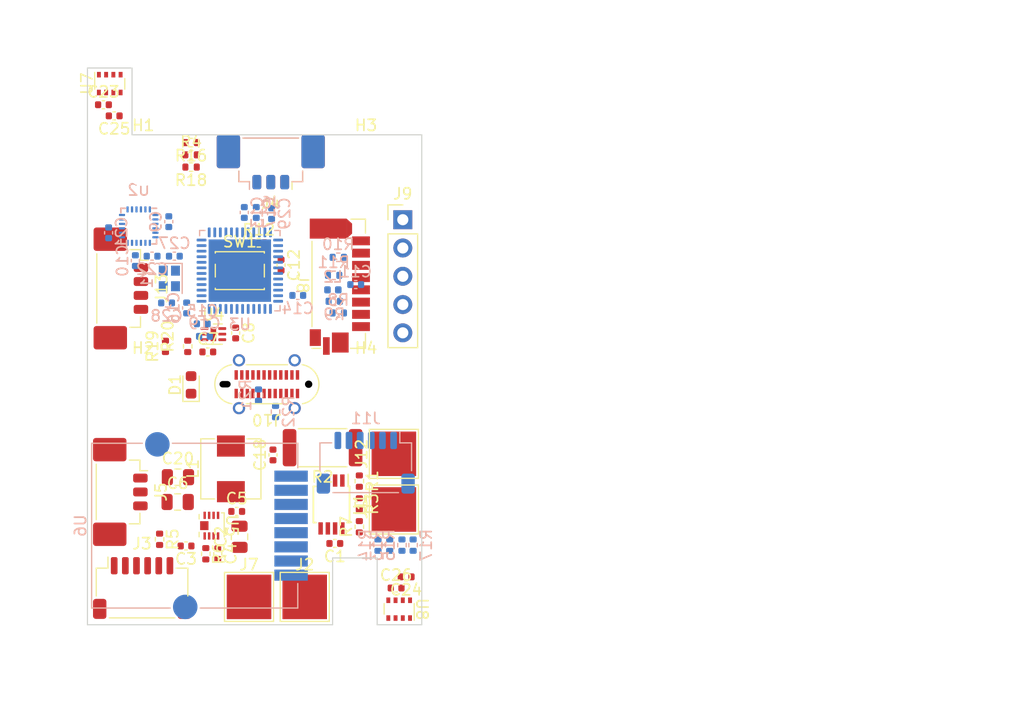
<source format=kicad_pcb>
(kicad_pcb (version 20210824) (generator pcbnew)
  (layers (0 "F.Cu" signal) (31 "B.Cu" signal) (34 "B.Paste" user) (35 "F.Paste" user) (36 "B.SilkS" user "B.Silkscreen") (37 "F.SilkS" user "F.Silkscreen") (38 "B.Mask" user) (39 "F.Mask" user) (44 "Edge.Cuts" user))
  (net 0 "")
  (net 1 "/MCU/PWM_M4")
  (net 2 "/MCU/PWM_M3")
  (net 3 "/MCU/PWM_M2")
  (net 4 "/MCU/PWM_M1")
  (net 5 "/MCU/SERVO_ELEV")
  (net 6 "/MCU/SERVO_ENG")
  (net 8 "Net-(C1-Pad1)")
  (net 10 "Net-(C9-Pad1)")
  (net 11 "Net-(C10-Pad1)")
  (net 12 "Net-(C1-Pad2)")
  (net 13 "Net-(C11-Pad1)")
  (net 14 "/MCU/OSCA")
  (net 15 "/MCU/OSCB")
  (net 16 "Net-(C4-Pad1)")
  (net 17 "Net-(C5-Pad1)")
  (net 19 "Net-(R4-Pad1)")
  (net 20 "/MCU/SERVO_RUD")
  (net 21 "Net-(R13-Pad2)")
  (net 22 "/MCU/PWR_SDA")
  (net 23 "/MCU/PWR_SCL")
  (net 24 "/MCU/PR_SDA")
  (net 25 "/MCU/PR_RST")
  (net 26 "/MCU/PR_SCL")
  (net 27 "/MCU/IMU_MISO")
  (net 28 "/MCU/IMU_FSYNC")
  (net 29 "/MCU/IMU_INT")
  (net 30 "/MCU/IMU_~{CS}")
  (net 31 "/MCU/IMU_SCLK")
  (net 32 "/MCU/IMU_MOSI")
  (net 33 "/MCU/USBN")
  (net 34 "/MCU/USBP")
  (net 35 "/MCU/GPS_TX")
  (net 36 "/MCU/GPS_RX")
  (net 37 "Net-(D1-Pad1)")
  (net 38 "Net-(D1-Pad2)")
  (net 39 "/MCU/SWO")
  (net 40 "/MCU/PAYLOAD_TX")
  (net 41 "/MCU/PAYLOAD_RX")
  (net 42 "Net-(C5-Pad2)")
  (net 43 "Net-(J10-PadA5)")
  (net 44 "Net-(R1-Pad2)")
  (net 45 "Net-(R5-Pad2)")
  (net 46 "/MCU/SD_CS")
  (net 47 "/MCU/SD_MOSI")
  (net 48 "/MCU/SD_MISO")
  (net 49 "/MCU/SD_DET")
  (net 50 "/MCU/~{RESET}")
  (net 51 "/MCU/SWDIO")
  (net 52 "/MCU/SWCLK")
  (net 53 "+BATT")
  (net 54 "GND")
  (net 57 "Net-(C3-Pad1)")
  (net 58 "+4V")
  (net 59 "+3V3")
  (net 61 "/MCU/SD_SCK")
  (net 63 "/MCU/RADIO_CE")
  (net 64 "/MCU/RADIO_~{CS}")
  (net 65 "/MCU/RADIO_SCK")
  (net 66 "/MCU/RADIO_MOSI")
  (net 67 "/MCU/RADIO_MISO")
  (net 68 "/MCU/RADIO_~{IRQ}")
  (net 69 "Net-(J10-PadB5)")
  (net 72 "Net-(J10-PadA4)")
  (footprint "Capacitor_SMD:C_0402_1005Metric" (layer "F.Cu") (at 186.436 64.3)
    (fp_text reference "C23" (at 0 -1.16) (layer "F.SilkS"))
    (fp_text value "10uF/6.3V")
    (pad "1" smd roundrect locked (at -0.48 0) (size 0.56 0.62) (layers "F.Cu" "F.Paste" "F.Mask") (net 59 "+3V3"))
    (pad "2" smd roundrect locked (at 0.48 0) (size 0.56 0.62) (layers "F.Cu" "F.Paste" "F.Mask") (net 54 "GND"))
  )
  (footprint "flightcontroller-footprints:L_AVX_LMLP0506D" (layer "F.Cu") (at 197.87119 97 90)
    (fp_text reference "L1" (at 0 -3.4 90 unlocked) (layer "F.SilkS"))
    (fp_text value "3.3uH")
    (pad "1" smd rect (at -2.05 0 90) (size 1.9 2.5) (layers "F.Cu" "F.Paste" "F.Mask") (net 42 "Net-(C5-Pad2)"))
    (pad "2" smd rect (at 2.05 0 90) (size 1.9 2.5) (layers "F.Cu" "F.Paste" "F.Mask") (net 58 "+4V"))
  )
  (footprint "Capacitor_SMD:C_0805_2012Metric" (layer "F.Cu") (at 193.09619 99.975)
    (fp_text reference "C6" (at 0 -1.68) (layer "F.SilkS"))
    (fp_text value "22uF/6.3V")
    (pad "1" smd roundrect locked (at -0.95 0) (size 1 1.45) (layers "F.Cu" "F.Paste" "F.Mask") (net 54 "GND"))
    (pad "2" smd roundrect locked (at 0.95 0) (size 1 1.45) (layers "F.Cu" "F.Paste" "F.Mask") (net 58 "+4V"))
  )
  (footprint "Resistor_SMD:R_0402_1005Metric" (layer "F.Cu") (at 192 86 90)
    (fp_text reference "R19" (at 0 -1.17 90) (layer "F.SilkS"))
    (fp_text value "47k")
    (pad "1" smd roundrect locked (at -0.51 0 90) (size 0.54 0.64) (layers "F.Cu" "F.Paste" "F.Mask") (net 38 "Net-(D1-Pad2)"))
    (pad "2" smd roundrect locked (at 0.51 0 90) (size 0.54 0.64) (layers "F.Cu" "F.Paste" "F.Mask") (net 54 "GND"))
  )
  (footprint "flightcontroller-footprints:Omron_2SMPB" (layer "F.Cu") (at 187 62.4 90)
    (fp_text reference "U7" (at 0 -2.05 90 unlocked) (layer "F.SilkS"))
    (fp_text value "Omron_2SMPB-02B")
    (pad "1" smd rect (at 0.8 -0.975 90) (size 0.5 0.35) (layers "F.Cu" "F.Paste" "F.Mask") (net 25 "/MCU/PR_RST"))
    (pad "2" smd rect (at 0.8 -0.325 90) (size 0.5 0.35) (layers "F.Cu" "F.Paste" "F.Mask") (net 59 "+3V3"))
    (pad "3" smd rect (at 0.8 0.325 90) (size 0.5 0.35) (layers "F.Cu" "F.Paste" "F.Mask") (net 24 "/MCU/PR_SDA"))
    (pad "4" smd rect (at 0.8 0.975 90) (size 0.5 0.35) (layers "F.Cu" "F.Paste" "F.Mask") (net 26 "/MCU/PR_SCL"))
    (pad "5" smd rect (at -0.8 0.975 90) (size 0.5 0.35) (layers "F.Cu" "F.Paste" "F.Mask") (net 19 "Net-(R4-Pad1)"))
    (pad "6" smd rect (at -0.8 0.325 90) (size 0.5 0.35) (layers "F.Cu" "F.Paste" "F.Mask") (net 59 "+3V3"))
    (pad "7" smd rect (at -0.8 -0.325 90) (size 0.5 0.35) (layers "F.Cu" "F.Paste" "F.Mask") (net 54 "GND"))
    (pad "8" smd rect (at -0.8 -0.975 90) (size 0.5 0.35) (layers "F.Cu" "F.Paste" "F.Mask") (net 59 "+3V3"))
  )
  (footprint "Package_DFN_QFN:MLF-6-1EP_1.6x1.6mm_P0.5mm_EP0.5x1.26mm" (layer "F.Cu") (at 196.3 84.9)
    (fp_text reference "U4" (at 0 -1.75) (layer "F.SilkS"))
    (fp_text value "MIC5514-3.3")
    (pad "1" smd roundrect locked (at -0.8 -0.5) (size 0.7 0.25) (layers "F.Cu" "F.Paste" "F.Mask") (net 58 "+4V"))
    (pad "2" smd roundrect locked (at -0.8 0) (size 0.7 0.25) (layers "F.Cu" "F.Paste" "F.Mask"))
    (pad "3" smd roundrect locked (at -0.8 0.5) (size 0.7 0.25) (layers "F.Cu" "F.Paste" "F.Mask") (net 58 "+4V"))
    (pad "4" smd roundrect locked (at 0.8 0.5) (size 0.7 0.25) (layers "F.Cu" "F.Paste" "F.Mask") (net 59 "+3V3"))
    (pad "5" smd roundrect locked (at 0.8 0) (size 0.7 0.25) (layers "F.Cu" "F.Paste" "F.Mask"))
    (pad "6" smd roundrect locked (at 0.8 -0.5) (size 0.7 0.25) (layers "F.Cu" "F.Paste" "F.Mask") (net 54 "GND"))
    (pad "7" smd rect locked (at 0 0) (size 0.5 1.26) (layers "F.Cu" "F.Mask") (net 54 "GND"))
  )
  (footprint "Connector_JST:JST_SH_SM06B-SRSS-TB_1x06-1MP_P1.00mm_Horizontal" (layer "F.Cu") (at 189.9 107.7)
    (fp_text reference "J3" (at 0 -3.98) (layer "F.SilkS"))
    (fp_text value "ESC")
    (pad "1" smd roundrect locked (at -2.5 -2) (size 0.6 1.55) (layers "F.Cu" "F.Paste" "F.Mask") (net 1 "/MCU/PWM_M4"))
    (pad "2" smd roundrect locked (at -1.5 -2) (size 0.6 1.55) (layers "F.Cu" "F.Paste" "F.Mask") (net 2 "/MCU/PWM_M3"))
    (pad "3" smd roundrect locked (at -0.5 -2) (size 0.6 1.55) (layers "F.Cu" "F.Paste" "F.Mask") (net 3 "/MCU/PWM_M2"))
    (pad "4" smd roundrect locked (at 0.5 -2) (size 0.6 1.55) (layers "F.Cu" "F.Paste" "F.Mask") (net 4 "/MCU/PWM_M1"))
    (pad "5" smd roundrect locked (at 1.5 -2) (size 0.6 1.55) (layers "F.Cu" "F.Paste" "F.Mask") (net 59 "+3V3"))
    (pad "6" smd roundrect locked (at 2.5 -2) (size 0.6 1.55) (layers "F.Cu" "F.Paste" "F.Mask") (net 54 "GND"))
    (pad "MP" smd roundrect locked (at 3.8 1.875) (size 1.2 1.8) (layers "F.Cu" "F.Paste" "F.Mask") (roundrect_rratio 0.208333))
    (pad "MP" smd roundrect locked (at -3.8 1.875) (size 1.2 1.8) (layers "F.Cu" "F.Paste" "F.Mask") (roundrect_rratio 0.208333))
  )
  (footprint "Capacitor_SMD:C_0402_1005Metric" (layer "F.Cu") (at 198.3 84.8 -90)
    (fp_text reference "C8" (at 0 -1.16 90) (layer "F.SilkS"))
    (fp_text value "10uF/6.3V")
    (pad "1" smd roundrect locked (at -0.48 0 270) (size 0.56 0.62) (layers "F.Cu" "F.Paste" "F.Mask") (net 54 "GND"))
    (pad "2" smd roundrect locked (at 0.48 0 270) (size 0.56 0.62) (layers "F.Cu" "F.Paste" "F.Mask") (net 59 "+3V3"))
  )
  (footprint "Resistor_SMD:R_0402_1005Metric" (layer "F.Cu") (at 200.375 76.7)
    (fp_text reference "R12" (at 0 -1.17) (layer "F.SilkS"))
    (fp_text value "10k")
    (pad "1" smd roundrect locked (at -0.51 0) (size 0.54 0.64) (layers "F.Cu" "F.Paste" "F.Mask") (net 59 "+3V3"))
    (pad "2" smd roundrect locked (at 0.51 0) (size 0.54 0.64) (layers "F.Cu" "F.Paste" "F.Mask") (net 50 "/MCU/~{RESET}"))
  )
  (footprint "Capacitor_SMD:C_0402_1005Metric" (layer "F.Cu") (at 196.69619 104.625 -90)
    (fp_text reference "C4" (at 0 -1.16 90) (layer "F.SilkS"))
    (fp_text value "1uF/10V")
    (pad "1" smd roundrect locked (at -0.48 0 270) (size 0.56 0.62) (layers "F.Cu" "F.Paste" "F.Mask") (net 16 "Net-(C4-Pad1)"))
    (pad "2" smd roundrect locked (at 0.48 0 270) (size 0.56 0.62) (layers "F.Cu" "F.Paste" "F.Mask") (net 54 "GND"))
  )
  (footprint "Capacitor_SMD:C_0402_1005Metric" (layer "F.Cu") (at 198.39619 100.825)
    (fp_text reference "C5" (at 0 -1.16) (layer "F.SilkS"))
    (fp_text value "0.1uF")
    (pad "1" smd roundrect locked (at -0.48 0) (size 0.56 0.62) (layers "F.Cu" "F.Paste" "F.Mask") (net 17 "Net-(C5-Pad1)"))
    (pad "2" smd roundrect locked (at 0.48 0) (size 0.56 0.62) (layers "F.Cu" "F.Paste" "F.Mask") (net 42 "Net-(C5-Pad2)"))
  )
  (footprint "Resistor_SMD:R_0402_1005Metric" (layer "F.Cu") (at 191.475 103.325 -90)
    (fp_text reference "R5" (at 0 -1.17 90) (layer "F.SilkS"))
    (fp_text value "68k")
    (pad "1" smd roundrect locked (at -0.51 0 270) (size 0.54 0.64) (layers "F.Cu" "F.Paste" "F.Mask") (net 58 "+4V"))
    (pad "2" smd roundrect locked (at 0.51 0 270) (size 0.54 0.64) (layers "F.Cu" "F.Paste" "F.Mask") (net 45 "Net-(R5-Pad2)"))
  )
  (footprint "Connector_Molex:Molex_PicoBlade_53398-0471_1x04-1MP_P1.25mm_Vertical" (layer "F.Cu") (at 188.55 80.8 -90)
    (fp_text reference "J13" (at 0 -3.1 90) (layer "F.SilkS"))
    (fp_text value "Conn_01x04")
    (pad "1" smd roundrect locked (at -1.875 -1.25 270) (size 0.8 1.3) (layers "F.Cu" "F.Paste" "F.Mask") (net 35 "/MCU/GPS_TX"))
    (pad "2" smd roundrect locked (at -0.625 -1.25 270) (size 0.8 1.3) (layers "F.Cu" "F.Paste" "F.Mask") (net 36 "/MCU/GPS_RX"))
    (pad "3" smd roundrect locked (at 0.625 -1.25 270) (size 0.8 1.3) (layers "F.Cu" "F.Paste" "F.Mask") (net 59 "+3V3"))
    (pad "4" smd roundrect locked (at 1.875 -1.25 270) (size 0.8 1.3) (layers "F.Cu" "F.Paste" "F.Mask") (net 54 "GND"))
    (pad "MP" smd roundrect locked (at 4.425 1.5 270) (size 2.1 3) (layers "F.Cu" "F.Paste" "F.Mask") (roundrect_rratio 0.119048))
    (pad "MP" smd roundrect locked (at -4.425 1.5 270) (size 2.1 3) (layers "F.Cu" "F.Paste" "F.Mask") (roundrect_rratio 0.119048))
  )
  (footprint "Resistor_SMD:R_0402_1005Metric" (layer "F.Cu") (at 194.3 69.9 180)
    (fp_text reference "R18" (at 0 -1.17) (layer "F.SilkS"))
    (fp_text value "4.7k")
    (pad "1" smd roundrect locked (at -0.51 0 180) (size 0.54 0.64) (layers "F.Cu" "F.Paste" "F.Mask") (net 59 "+3V3"))
    (pad "2" smd roundrect locked (at 0.51 0 180) (size 0.54 0.64) (layers "F.Cu" "F.Paste" "F.Mask") (net 26 "/MCU/PR_SCL"))
  )
  (footprint "TestPoint:TestPoint_Pad_4.0x4.0mm" (layer "F.Cu") (at 199.5 108.5)
    (fp_text reference "J7" (at 0 -2.898) (layer "F.SilkS"))
    (fp_text value "ESC-")
    (pad "1" smd rect locked (at 0 0) (size 4 4) (layers "F.Cu" "F.Mask") (net 54 "GND"))
  )
  (footprint "flightcontroller-footprints:HYC80-TF08-XXX" (layer "F.Cu") (at 208 80.375 -90)
    (fp_text reference "J8" (at 0 3.7 -90 unlocked) (layer "F.SilkS"))
    (fp_text value "Micro_SD_Card_Det_HYC80-TF08-XXX")
    (pad "1" smd rect (at 3.85 -1.55 270) (size 0.8 1.6) (layers "F.Cu" "F.Paste" "F.Mask"))
    (pad "2" smd rect (at 2.75 -1.55 270) (size 0.8 1.6) (layers "F.Cu" "F.Paste" "F.Mask") (net 46 "/MCU/SD_CS"))
    (pad "3" smd rect (at 1.65 -1.55 270) (size 0.8 1.6) (layers "F.Cu" "F.Paste" "F.Mask") (net 47 "/MCU/SD_MOSI"))
    (pad "4" smd rect (at 0.55 -1.55 270) (size 0.8 1.6) (layers "F.Cu" "F.Paste" "F.Mask") (net 13 "Net-(C11-Pad1)"))
    (pad "5" smd rect (at -0.55 -1.55 270) (size 0.8 1.6) (layers "F.Cu" "F.Paste" "F.Mask") (net 61 "/MCU/SD_SCK"))
    (pad "6" smd rect (at -1.65 -1.55 270) (size 0.8 1.6) (layers "F.Cu" "F.Paste" "F.Mask") (net 54 "GND"))
    (pad "7" smd rect (at -2.75 -1.55 270) (size 0.8 1.6) (layers "F.Cu" "F.Paste" "F.Mask") (net 48 "/MCU/SD_MISO"))
    (pad "8" smd rect (at -3.85 -1.55 270) (size 0.8 1.6) (layers "F.Cu" "F.Paste" "F.Mask"))
    (pad "9" smd rect (at 5.59 1.56 270) (size 1.58 0.6) (layers "F.Cu" "F.Paste" "F.Mask") (net 49 "/MCU/SD_DET"))
    (pad "10" smd rect (at 4.84 2.55 270) (size 1.5 1) (layers "F.Cu" "F.Paste" "F.Mask") (net 54 "GND"))
    (pad "11" smd trapezoid (at -4.95 -0.5 270) (size 1.35 0.5) (rect_delta 0 0.45) (layers "F.Cu" "F.Paste" "F.Mask") (net 54 "GND"))
    (pad "11" smd rect (at 5.28 0.31 270) (size 1.8 1.5) (layers "F.Cu" "F.Paste" "F.Mask") (net 54 "GND"))
    (pad "11" smd rect (at -4.95 1.4 270) (size 1.8 3.3) (layers "F.Cu" "F.Paste" "F.Mask") (net 54 "GND"))
  )
  (footprint "Capacitor_SMD:C_0402_1005Metric" (layer "F.Cu") (at 207.2 103.7 180)
    (fp_text reference "C1" (at 0 -1.16) (layer "F.SilkS"))
    (fp_text value "0.1uF")
    (pad "1" smd roundrect locked (at -0.48 0 180) (size 0.56 0.62) (layers "F.Cu" "F.Paste" "F.Mask") (net 8 "Net-(C1-Pad1)"))
    (pad "2" smd roundrect locked (at 0.48 0 180) (size 0.56 0.62) (layers "F.Cu" "F.Paste" "F.Mask") (net 12 "Net-(C1-Pad2)"))
  )
  (footprint "MountingHole:MountingHole_3.2mm_M3_ISO7380" (layer "F.Cu") (at 190 90)
    (fp_text reference "H2" (at 0 -3.85) (layer "F.SilkS"))
    (fp_text value "MountingHole")
    (pad "" np_thru_hole circle locked (at 0 0) (size 3.2 3.2) (drill 3.2) (layers *.Cu *.Mask))
  )
  (footprint "Resistor_SMD:R_0402_1005Metric" (layer "F.Cu") (at 209.4 98.1 -90)
    (fp_text reference "R1" (at 0 -1.17 90) (layer "F.SilkS"))
    (fp_text value "10k")
    (pad "1" smd roundrect locked (at -0.51 0 270) (size 0.54 0.64) (layers "F.Cu" "F.Paste" "F.Mask") (net 12 "Net-(C1-Pad2)"))
    (pad "2" smd roundrect locked (at 0.51 0 270) (size 0.54 0.64) (layers "F.Cu" "F.Paste" "F.Mask") (net 44 "Net-(R1-Pad2)"))
  )
  (footprint "flightcontroller-footprints:SW_SPST_PTS815" (layer "F.Cu") (at 198.675 79.2)
    (fp_text reference "SW1" (at 0 -2.6) (layer "F.SilkS"))
    (fp_text value "RESET")
    (pad "1" smd rect locked (at 2.25 -1.075) (size 1 0.65) (layers "F.Cu" "F.Paste" "F.Mask") (net 50 "/MCU/~{RESET}"))
    (pad "1" smd rect locked (at -2.25 -1.075) (size 1 0.65) (layers "F.Cu" "F.Paste" "F.Mask") (net 50 "/MCU/~{RESET}"))
    (pad "2" smd rect locked (at -2.25 1.075) (size 1 0.65) (layers "F.Cu" "F.Paste" "F.Mask") (net 54 "GND"))
    (pad "2" smd rect locked (at 2.25 1.075) (size 1 0.65) (layers "F.Cu" "F.Paste" "F.Mask") (net 54 "GND"))
  )
  (footprint "Capacitor_SMD:C_0402_1005Metric" (layer "F.Cu") (at 202.375 78.7 -90)
    (fp_text reference "C12" (at 0 -1.16 90) (layer "F.SilkS"))
    (fp_text value "0.1uF")
    (pad "1" smd roundrect locked (at -0.48 0 270) (size 0.56 0.62) (layers "F.Cu" "F.Paste" "F.Mask") (net 50 "/MCU/~{RESET}"))
    (pad "2" smd roundrect locked (at 0.48 0 270) (size 0.56 0.62) (layers "F.Cu" "F.Paste" "F.Mask") (net 54 "GND"))
  )
  (footprint "Capacitor_SMD:C_0402_1005Metric" (layer "F.Cu") (at 201.65 95.75 90)
    (fp_text reference "C18" (at 0 -1.16 90) (layer "F.SilkS"))
    (fp_text value "10uF/6.3V")
    (pad "1" smd roundrect locked (at -0.48 0 90) (size 0.56 0.62) (layers "F.Cu" "F.Paste" "F.Mask") (net 59 "+3V3"))
    (pad "2" smd roundrect locked (at 0.48 0 90) (size 0.56 0.62) (layers "F.Cu" "F.Paste" "F.Mask") (net 54 "GND"))
  )
  (footprint "flightcontroller-footprints:Rohm_BD9D322QWZ" (layer "F.Cu") (at 196.12119 102.1 -90)
    (fp_text reference "U5" (at 0 -1.85 -90 unlocked) (layer "F.SilkS"))
    (fp_text value "BD9D322QWZ")
    (pad "1" smd rect (at -0.925 -0.6 270) (size 0.65 0.22) (layers "F.Cu" "F.Paste" "F.Mask") (net 53 "+BATT"))
    (pad "2" smd rect (at -0.925 -0.2 270) (size 0.65 0.22) (layers "F.Cu" "F.Paste" "F.Mask") (net 17 "Net-(C5-Pad1)"))
    (pad "3" smd rect (at -0.925 0.2 270) (size 0.65 0.22) (layers "F.Cu" "F.Paste" "F.Mask") (net 42 "Net-(C5-Pad2)"))
    (pad "4" smd rect (at -0.925 0.6 270) (size 0.65 0.22) (layers "F.Cu" "F.Paste" "F.Mask") (net 54 "GND"))
    (pad "5" smd rect (at 0.925 0.6 270) (size 0.65 0.22) (layers "F.Cu" "F.Paste" "F.Mask") (net 57 "Net-(C3-Pad1)"))
    (pad "6" smd rect (at 0.925 0.2 270) (size 0.65 0.22) (layers "F.Cu" "F.Paste" "F.Mask") (net 45 "Net-(R5-Pad2)"))
    (pad "7" smd rect (at 0.925 -0.2 270) (size 0.65 0.22) (layers "F.Cu" "F.Paste" "F.Mask") (net 16 "Net-(C4-Pad1)"))
    (pad "8" smd rect (at 0.925 -0.6 270) (size 0.65 0.22) (layers "F.Cu" "F.Paste" "F.Mask") (net 53 "+BATT"))
    (pad "9" smd rect (at 0 0.635 270) (size 0.8 0.75) (layers "F.Cu" "F.Paste" "F.Mask") (net 54 "GND"))
  )
  (footprint "Capacitor_SMD:C_0402_1005Metric" (layer "F.Cu") (at 195.8 86.5)
    (fp_text reference "C7" (at 0 -1.16) (layer "F.SilkS"))
    (fp_text value "1uF/25V")
    (pad "1" smd roundrect locked (at -0.48 0) (size 0.56 0.62) (layers "F.Cu" "F.Paste" "F.Mask") (net 58 "+4V"))
    (pad "2" smd roundrect locked (at 0.48 0) (size 0.56 0.62) (layers "F.Cu" "F.Paste" "F.Mask") (net 54 "GND"))
  )
  (footprint "Resistor_SMD:R_0402_1005Metric" (layer "F.Cu") (at 194.3 68.8)
    (fp_text reference "R4" (at 0 -1.17) (layer "F.SilkS"))
    (fp_text value "10k")
    (pad "1" smd roundrect locked (at -0.51 0) (size 0.54 0.64) (layers "F.Cu" "F.Paste" "F.Mask") (net 19 "Net-(R4-Pad1)"))
    (pad "2" smd roundrect locked (at 0.51 0) (size 0.54 0.64) (layers "F.Cu" "F.Paste" "F.Mask") (net 54 "GND"))
  )
  (footprint "Resistor_SMD:R_0402_1005Metric" (layer "F.Cu") (at 194 86.000002 90)
    (fp_text reference "R20" (at 0.9 -1.795 90) (layer "F.SilkS"))
    (fp_text value "1k")
    (pad "1" smd roundrect locked (at -0.51 0 90) (size 0.54 0.64) (layers "F.Cu" "F.Paste" "F.Mask") (net 37 "Net-(D1-Pad1)"))
    (pad "2" smd roundrect locked (at 0.51 0 90) (size 0.54 0.64) (layers "F.Cu" "F.Paste" "F.Mask") (net 54 "GND"))
  )
  (footprint "Resistor_SMD:R_0402_1005Metric" (layer "F.Cu") (at 209.4 100.15 -90)
    (fp_text reference "R3" (at 0 -1.17 90) (layer "F.SilkS"))
    (fp_text value "20k")
    (pad "1" smd roundrect locked (at -0.51 0 270) (size 0.54 0.64) (layers "F.Cu" "F.Paste" "F.Mask") (net 44 "Net-(R1-Pad2)"))
    (pad "2" smd roundrect locked (at 0.51 0 270) (size 0.54 0.64) (layers "F.Cu" "F.Paste" "F.Mask") (net 53 "+BATT"))
  )
  (footprint "TestPoint:TestPoint_Pad_4.0x4.0mm" (layer "F.Cu") (at 212.5 100.65 90)
    (fp_text reference "J1" (at 0 -2.898 90) (layer "F.SilkS"))
    (fp_text value "BAT+")
    (pad "1" smd rect locked (at 0 0 90) (size 4 4) (layers "F.Cu" "F.Mask") (net 53 "+BATT"))
  )
  (footprint "Package_SO:TSSOP-8_3x3mm_P0.65mm" (layer "F.Cu") (at 206.9 100.2 -90)
    (fp_text reference "U1" (at 0 -2.55 90) (layer "F.SilkS"))
    (fp_text value "DS2745U")
    (pad "1" smd rect locked (at -2.15 -0.975 270) (size 1.1 0.4) (layers "F.Cu" "F.Paste" "F.Mask") (net 23 "/MCU/PWR_SCL"))
    (pad "2" smd rect locked (at -2.15 -0.325 270) (size 1.1 0.4) (layers "F.Cu" "F.Paste" "F.Mask") (net 22 "/MCU/PWR_SDA"))
    (pad "3" smd rect locked (at -2.15 0.325 270) (size 1.1 0.4) (layers "F.Cu" "F.Paste" "F.Mask"))
    (pad "4" smd rect locked (at -2.15 0.975 270) (size 1.1 0.4) (layers "F.Cu" "F.Paste" "F.Mask") (net 54 "GND"))
    (pad "5" smd rect locked (at 2.15 0.975 270) (size 1.1 0.4) (layers "F.Cu" "F.Paste" "F.Mask") (net 12 "Net-(C1-Pad2)"))
    (pad "6" smd rect locked (at 2.15 0.325 270) (size 1.1 0.4) (layers "F.Cu" "F.Paste" "F.Mask") (net 12 "Net-(C1-Pad2)"))
    (pad "7" smd rect locked (at 2.15 -0.325 270) (size 1.1 0.4) (layers "F.Cu" "F.Paste" "F.Mask") (net 44 "Net-(R1-Pad2)"))
    (pad "8" smd rect locked (at 2.15 -0.975 270) (size 1.1 0.4) (layers "F.Cu" "F.Paste" "F.Mask") (net 8 "Net-(C1-Pad1)"))
  )
  (footprint "MountingHole:MountingHole_3.2mm_M3_ISO7380" (layer "F.Cu") (at 190 70)
    (fp_text reference "H1" (at 0 -3.85) (layer "F.SilkS"))
    (fp_text value "MountingHole")
    (pad "" np_thru_hole circle locked (at 0 0) (size 3.2 3.2) (drill 3.2) (layers *.Cu *.Mask))
  )
  (footprint "Connector_Molex:Molex_PicoBlade_53398-0371_1x03-1MP_P1.25mm_Vertical" (layer "F.Cu") (at 188.5 99.075 -90)
    (fp_text reference "J5" (at 0 -3.1 90) (layer "F.SilkS"))
    (fp_text value "Servo2")
    (pad "1" smd roundrect locked (at -1.25 -1.25 270) (size 0.8 1.3) (layers "F.Cu" "F.Paste" "F.Mask") (net 6 "/MCU/SERVO_ENG"))
    (pad "2" smd roundrect locked (at 0 -1.25 270) (size 0.8 1.3) (layers "F.Cu" "F.Paste" "F.Mask") (net 58 "+4V"))
    (pad "3" smd roundrect locked (at 1.25 -1.25 270) (size 0.8 1.3) (layers "F.Cu" "F.Paste" "F.Mask") (net 54 "GND"))
    (pad "MP" smd roundrect locked (at 3.8 1.5 270) (size 2.1 3) (layers "F.Cu" "F.Paste" "F.Mask") (roundrect_rratio 0.119048))
    (pad "MP" smd roundrect locked (at -3.8 1.5 270) (size 2.1 3) (layers "F.Cu" "F.Paste" "F.Mask") (roundrect_rratio 0.119048))
  )
  (footprint "flightcontroller-footprints:USB_C_Receptacle_Amphenol_12402032" (layer "F.Cu") (at 201.1 89.4 180)
    (fp_text reference "J10" (at 0 -3.2 180 unlocked) (layer "F.SilkS"))
    (fp_text value "USB")
    (pad "" np_thru_hole oval (at 3.75 0 180) (size 1 0.58) (drill oval 1 0.58) (layers *.Mask))
    (pad "" np_thru_hole circle (at -3.75 0 180) (size 0.66 0.66) (drill 0.66) (layers *.Mask))
    (pad "A1" smd rect (at -2.75 -0.835 180) (size 0.3 0.85) (layers "F.Cu" "F.Paste" "F.Mask") (net 54 "GND"))
    (pad "A2" smd rect (at -2.25 -0.835 180) (size 0.3 0.85) (layers "F.Cu" "F.Paste" "F.Mask"))
    (pad "A3" smd rect (at -1.75 -0.835 180) (size 0.3 0.85) (layers "F.Cu" "F.Paste" "F.Mask"))
    (pad "A4" smd rect (at -1.25 -0.835 180) (size 0.3 0.85) (layers "F.Cu" "F.Paste" "F.Mask") (net 72 "Net-(J10-PadA4)"))
    (pad "A5" smd rect (at -0.75 -0.835 180) (size 0.3 0.85) (layers "F.Cu" "F.Paste" "F.Mask") (net 43 "Net-(J10-PadA5)"))
    (pad "A6" smd rect (at -0.25 -0.835 180) (size 0.3 0.85) (layers "F.Cu" "F.Paste" "F.Mask") (net 34 "/MCU/USBP"))
    (pad "A7" smd rect (at 0.25 -0.835 180) (size 0.3 0.85) (layers "F.Cu" "F.Paste" "F.Mask") (net 33 "/MCU/USBN"))
    (pad "A8" smd rect (at 0.75 -0.835 180) (size 0.3 0.85) (layers "F.Cu" "F.Paste" "F.Mask"))
    (pad "A9" smd rect (at 1.25 -0.835 180) (size 0.3 0.85) (layers "F.Cu" "F.Paste" "F.Mask") (net 72 "Net-(J10-PadA4)"))
    (pad "A10" smd rect (at 1.75 -0.835 180) (size 0.3 0.85) (layers "F.Cu" "F.Paste" "F.Mask"))
    (pad "A11" smd rect (at 2.25 -0.835 180) (size 0.3 0.85) (layers "F.Cu" "F.Paste" "F.Mask"))
    (pad "A12" smd rect (at 2.75 -0.835 180) (size 0.3 0.85) (layers "F.Cu" "F.Paste" "F.Mask") (net 54 "GND"))
    (pad "B1" smd rect (at 2.75 0.835 180) (size 0.3 0.85) (layers "F.Cu" "F.Paste" "F.Mask") (net 54 "GND"))
    (pad "B2" smd rect (at 2.25 0.835 180) (size 0.3 0.85) (layers "F.Cu" "F.Paste" "F.Mask"))
    (pad "B3" smd rect (at 1.75 0.835 180) (size 0.3 0.85) (layers "F.Cu" "F.Paste" "F.Mask"))
    (pad "B4" smd rect (at 1.25 0.835 180) (size 0.3 0.85) (layers "F.Cu" "F.Paste" "F.Mask") (net 72 "Net-(J10-PadA4)"))
    (pad "B5" smd rect (at 0.75 0.835 180) (size 0.3 0.85) (layers "F.Cu" "F.Paste" "F.Mask") (net 69 "Net-(J10-PadB5)"))
    (pad "B6" smd rect (at 0.25 0.835 180) (size 0.3 0.85) (layers "F.Cu" "F.Paste" "F.Mask") (net 34 "/MCU/USBP"))
    (pad "B7" smd rect (at -0.25 0.835 180) (size 0.3 0.85) (layers "F.Cu" "F.Paste" "F.Mask") (net 33 "/MCU/USBN"))
    (pad "B8" smd rect (at -0.75 0.835 180) (size 0.3 0.85) (layers "F.Cu" "F.Paste" "F.Mask"))
    (pad "B9" smd rect (at -1.25 0.835 180) (size 0.3 0.85) (layers "F.Cu" "F.Paste" "F.Mask") (net 72 "Net-(J10-PadA4)"))
    (pad "B10" smd rect (at -1.75 0.835 180) (size 0.3 0.85) (layers "F.Cu" "F.Paste" "F.Mask"))
    (pad "B11" smd rect (at -2.25 0.835 180) (size 0.3 0.85) (layers "F.Cu" "F.Paste" "F.Mask"))
    (pad "B12" smd rect (at -2.75 0.835 180) (size 0.3 0.85) (layers "F.Cu" "F.Paste" "F.Mask") (net 54 "GND"))
    (pad "S1" thru_hole circle (at -2.5 -2.15 180) (size 1.1 1.1) (drill 0.7) (layers *.Cu *.Mask))
    (pad "S1" thru_hole circle (at 2.5 -2.15 180) (size 1.1 1.1) (drill 0.7) (layers *.Cu *.Mask))
    (pad "S1" thru_hole circle (at 2.5 2.15 180) (size 1.1 1.1) (drill 0.7) (layers *.Cu *.Mask))
    (pad "S1" thru_hole circle (at -2.5 2.15 180) (size 1.1 1.1) (drill 0.7) (layers *.Cu *.Mask))
  )
  (footprint "Capacitor_SMD:C_0402_1005Metric" (layer "F.Cu") (at 187.4 65.3 180)
    (fp_text reference "C25" (at 0 -1.16) (layer "F.SilkS"))
    (fp_text value "10uF/6.3V")
    (pad "1" smd roundrect locked (at -0.48 0 180) (size 0.56 0.62) (layers "F.Cu" "F.Paste" "F.Mask") (net 59 "+3V3"))
    (pad "2" smd roundrect locked (at 0.48 0 180) (size 0.56 0.62) (layers "F.Cu" "F.Paste" "F.Mask") (net 54 "GND"))
  )
  (footprint "TestPoint:TestPoint_Pad_4.0x4.0mm" (layer "F.Cu") (at 212.5 95.65 90)
    (fp_text reference "J12" (at 0 -2.898 90) (layer "F.SilkS"))
    (fp_text value "BAT-")
    (pad "1" smd rect locked (at 0 0 90) (size 4 4) (layers "F.Cu" "F.Mask") (net 12 "Net-(C1-Pad2)"))
  )
  (footprint "Resistor_SMD:R_2512_6332Metric" (layer "F.Cu") (at 206.1 95.1 180)
    (fp_text reference "R2" (at 0 -2.62 180) (layer "F.SilkS"))
    (fp_text value "0.001")
    (pad "1" smd roundrect locked (at -2.9625 0 180) (size 1.225 3.35) (layers "F.Cu" "F.Paste" "F.Mask") (roundrect_rratio 0.204082) (net 12 "Net-(C1-Pad2)"))
    (pad "2" smd roundrect locked (at 2.9625 0 180) (size 1.225 3.35) (layers "F.Cu" "F.Paste" "F.Mask") (roundrect_rratio 0.204082) (net 54 "GND"))
  )
  (footprint "TestPoint:TestPoint_Pad_4.0x4.0mm" (layer "F.Cu") (at 204.5 108.5)
    (fp_text reference "J2" (at 0 -2.898) (layer "F.SilkS"))
    (fp_text value "ESC+")
    (pad "1" smd rect locked (at 0 0) (size 4 4) (layers "F.Cu" "F.Mask") (net 53 "+BATT"))
  )
  (footprint "Capacitor_SMD:C_0402_1005Metric" (layer "F.Cu") (at 193.84619 103.925 180)
    (fp_text reference "C3" (at 0 -1.16) (layer "F.SilkS"))
    (fp_text value "3300pF")
    (pad "1" smd roundrect locked (at -0.48 0 180) (size 0.56 0.62) (layers "F.Cu" "F.Paste" "F.Mask") (net 57 "Net-(C3-Pad1)"))
    (pad "2" smd roundrect locked (at 0.48 0 180) (size 0.56 0.62) (layers "F.Cu" "F.Paste" "F.Mask") (net 54 "GND"))
  )
  (footprint "MountingHole:MountingHole_3.2mm_M3_ISO7380" (layer "F.Cu") (at 210 90)
    (fp_text reference "H4" (at 0 -3.85) (layer "F.SilkS"))
    (fp_text value "MountingHole")
    (pad "" np_thru_hole circle locked (at 0 0) (size 3.2 3.2) (drill 3.2) (layers *.Cu *.Mask))
  )
  (footprint "Capacitor_SMD:C_0805_2012Metric" (layer "F.Cu") (at 198.64619 103.1 90)
    (fp_text reference "C2" (at 0 -1.68 90) (layer "F.SilkS"))
    (fp_text value "10uF/25V")
    (pad "1" smd roundrect locked (at -0.95 0 90) (size 1 1.45) (layers "F.Cu" "F.Paste" "F.Mask") (net 54 "GND"))
    (pad "2" smd roundrect locked (at 0.95 0 90) (size 1 1.45) (layers "F.Cu" "F.Paste" "F.Mask") (net 53 "+BATT"))
  )
  (footprint "Resistor_SMD:R_0402_1005Metric" (layer "F.Cu") (at 194.3 67.7 180)
    (fp_text reference "R16" (at 0 -1.17) (layer "F.SilkS"))
    (fp_text value "4.7k")
    (pad "1" smd roundrect locked (at -0.51 0 180) (size 0.54 0.64) (layers "F.Cu" "F.Paste" "F.Mask") (net 59 "+3V3"))
    (pad "2" smd roundrect locked (at 0.51 0 180) (size 0.54 0.64) (layers "F.Cu" "F.Paste" "F.Mask") (net 24 "/MCU/PR_SDA"))
  )
  (footprint "MountingHole:MountingHole_3.2mm_M3_ISO7380" (layer "F.Cu") (at 210 70)
    (fp_text reference "H3" (at 0 -3.85) (layer "F.SilkS"))
    (fp_text value "MountingHole")
    (pad "" np_thru_hole circle locked (at 0 0) (size 3.2 3.2) (drill 3.2) (layers *.Cu *.Mask))
  )
  (footprint "Connector_Molex:Molex_PicoBlade_53398-0371_1x03-1MP_P1.25mm_Vertical" (layer "F.Cu") (at 201.45 70 180)
    (fp_text reference "J4" (at 0 -3.1) (layer "F.SilkS"))
    (fp_text value "Servo3")
    (pad "1" smd roundrect locked (at -1.25 -1.25 180) (size 0.8 1.3) (layers "F.Cu" "F.Paste" "F.Mask") (net 5 "/MCU/SERVO_ELEV"))
    (pad "2" smd roundrect locked (at 0 -1.25 180) (size 0.8 1.3) (layers "F.Cu" "F.Paste" "F.Mask") (net 58 "+4V"))
    (pad "3" smd roundrect locked (at 1.25 -1.25 180) (size 0.8 1.3) (layers "F.Cu" "F.Paste" "F.Mask") (net 54 "GND"))
    (pad "MP" smd roundrect locked (at -3.8 1.5 180) (size 2.1 3) (layers "F.Cu" "F.Paste" "F.Mask") (roundrect_rratio 0.119048))
    (pad "MP" smd roundrect locked (at 3.8 1.5 180) (size 2.1 3) (layers "F.Cu" "F.Paste" "F.Mask") (roundrect_rratio 0.119048))
  )
  (footprint "flightcontroller-footprints:Omron_2SMPB" (layer "F.Cu") (at 212.975 109.6 -90)
    (fp_text reference "U8" (at 0 -2.05 -90 unlocked) (layer "F.SilkS"))
    (fp_text value "Omron_2SMPB-02B")
    (pad "1" smd rect (at 0.8 -0.975 270) (size 0.5 0.35) (layers "F.Cu" "F.Paste" "F.Mask") (net 25 "/MCU/PR_RST"))
    (pad "2" smd rect (at 0.8 -0.325 270) (size 0.5 0.35) (layers "F.Cu" "F.Paste" "F.Mask") (net 59 "+3V3"))
    (pad "3" smd rect (at 0.8 0.325 270) (size 0.5 0.35) (layers "F.Cu" "F.Paste" "F.Mask") (net 24 "/MCU/PR_SDA"))
    (pad "4" smd rect (at 0.8 0.975 270) (size 0.5 0.35) (layers "F.Cu" "F.Paste" "F.Mask") (net 26 "/MCU/PR_SCL"))
    (pad "5" smd rect (at -0.8 0.975 270) (size 0.5 0.35) (layers "F.Cu" "F.Paste" "F.Mask") (net 21 "Net-(R13-Pad2)"))
    (pad "6" smd rect (at -0.8 0.325 270) (size 0.5 0.35) (layers "F.Cu" "F.Paste" "F.Mask") (net 59 "+3V3"))
    (pad "7" smd rect (at -0.8 -0.325 270) (size 0.5 0.35) (layers "F.Cu" "F.Paste" "F.Mask") (net 54 "GND"))
    (pad "8" smd rect (at -0.8 -0.975 270) (size 0.5 0.35) (layers "F.Cu" "F.Paste" "F.Mask") (net 59 "+3V3"))
  )
  (footprint "Resistor_SMD:R_0402_1005Metric" (layer "F.Cu") (at 209.4 102.2 90)
    (fp_text reference "R7" (at 0 -1.17 90) (layer "F.SilkS"))
    (fp_text value "470")
    (pad "1" smd roundrect locked (at -0.51 0 90) (size 0.54 0.64) (layers "F.Cu" "F.Paste" "F.Mask") (net 8 "Net-(C1-Pad1)"))
    (pad "2" smd roundrect locked (at 0.51 0 90) (size 0.54 0.64) (layers "F.Cu" "F.Paste" "F.Mask") (net 58 "+4V"))
  )
  (footprint "Resistor_SMD:R_0402_1005Metric" (layer "F.Cu") (at 195.62119 104.625 -90)
    (fp_text reference "R6" (at 0 -1.17 90) (layer "F.SilkS"))
    (fp_text value "16k")
    (pad "1" smd roundrect locked (at -0.51 0 270) (size 0.54 0.64) (layers "F.Cu" "F.Paste" "F.Mask") (net 45 "Net-(R5-Pad2)"))
    (pad "2" smd roundrect locked (at 0.51 0 270) (size 0.54 0.64) (layers "F.Cu" "F.Paste" "F.Mask") (net 54 "GND"))
  )
  (footprint "Capacitor_SMD:C_0402_1005Metric" (layer "F.Cu") (at 212.7 107.7)
    (fp_text reference "C26" (at 0 -1.16) (layer "F.SilkS"))
    (fp_text value "10uF/6.3V")
    (pad "1" smd roundrect locked (at -0.48 0) (size 0.56 0.62) (layers "F.Cu" "F.Paste" "F.Mask") (net 59 "+3V3"))
    (pad "2" smd roundrect locked (at 0.48 0) (size 0.56 0.62) (layers "F.Cu" "F.Paste" "F.Mask") (net 54 "GND"))
  )
  (footprint "Connector_PinHeader_2.54mm:PinHeader_1x05_P2.54mm_Vertical" (layer "F.Cu") (at 213.3 74.625)
    (fp_text reference "J9" (at 0 -2.33) (layer "F.SilkS"))
    (fp_text value "SWD")
    (pad "1" thru_hole rect locked (at 0 0) (size 1.7 1.7) (drill 1) (layers *.Cu *.Mask) (net 59 "+3V3"))
    (pad "2" thru_hole oval locked (at 0 2.54) (size 1.7 1.7) (drill 1) (layers *.Cu *.Mask) (net 50 "/MCU/~{RESET}"))
    (pad "3" thru_hole oval locked (at 0 5.08) (size 1.7 1.7) (drill 1) (layers *.Cu *.Mask) (net 51 "/MCU/SWDIO"))
    (pad "4" thru_hole oval locked (at 0 7.62) (size 1.7 1.7) (drill 1) (layers *.Cu *.Mask) (net 52 "/MCU/SWCLK"))
    (pad "5" thru_hole oval locked (at 0 10.16) (size 1.7 1.7) (drill 1) (layers *.Cu *.Mask) (net 54 "GND"))
  )
  (footprint "LED_SMD:LED_0603_1608Metric" (layer "F.Cu") (at 194.3 89.460002 90)
    (fp_text reference "D1" (at 0 -1.43 90) (layer "F.SilkS"))
    (fp_text value "LED")
    (pad "1" smd roundrect locked (at -0.7875 0 90) (size 0.875 0.95) (layers "F.Cu" "F.Paste" "F.Mask") (net 37 "Net-(D1-Pad1)"))
    (pad "2" smd roundrect locked (at 0.7875 0 90) (size 0.875 0.95) (layers "F.Cu" "F.Paste" "F.Mask") (net 38 "Net-(D1-Pad2)"))
  )
  (footprint "Capacitor_SMD:C_0805_2012Metric" (layer "F.Cu") (at 193.12119 97.75)
    (fp_text reference "C20" (at 0 -1.68) (layer "F.SilkS"))
    (fp_text value "22uF/6.3V")
    (pad "1" smd roundrect locked (at -0.95 0) (size 1 1.45) (layers "F.Cu" "F.Paste" "F.Mask") (net 54 "GND"))
    (pad "2" smd roundrect locked (at 0.95 0) (size 1 1.45) (layers "F.Cu" "F.Paste" "F.Mask") (net 58 "+4V"))
  )
  (footprint "Capacitor_SMD:C_0402_1005Metric" (layer "F.Cu") (at 213.6 106.7 180)
    (fp_text reference "C24" (at 0 -1.16) (layer "F.SilkS"))
    (fp_text value "10uF/6.3V")
    (pad "1" smd roundrect locked (at -0.48 0 180) (size 0.56 0.62) (layers "F.Cu" "F.Paste" "F.Mask") (net 59 "+3V3"))
    (pad "2" smd roundrect locked (at 0.48 0 180) (size 0.56 0.62) (layers "F.Cu" "F.Paste" "F.Mask") (net 54 "GND"))
  )
  (footprint "flightcontroller-footprints:GT-24-Mini" (layer "B.Cu") (at 194.625 102.1 -90)
    (fp_text reference "U6" (at 0 10.25 90 unlocked) (layer "B.SilkS") (effects (justify mirror)))
    (fp_text value "GT-24-Mini")
    (pad "1" smd rect (at -4.445 -8.65 270) (size 1 3) (layers "B.Cu" "B.Paste" "B.Mask") (net 59 "+3V3"))
    (pad "2" smd rect (at -3.175 -8.65 270) (size 1 3) (layers "B.Cu" "B.Paste" "B.Mask") (net 63 "/MCU/RADIO_CE"))
    (pad "3" smd rect (at -1.905 -8.65 270) (size 1 3) (layers "B.Cu" "B.Paste" "B.Mask") (net 64 "/MCU/RADIO_~{CS}"))
    (pad "4" smd rect (at -0.635 -8.65 270) (size 1 3) (layers "B.Cu" "B.Paste" "B.Mask") (net 65 "/MCU/RADIO_SCK"))
    (pad "5" smd rect (at 0.635 -8.65 270) (size 1 3) (layers "B.Cu" "B.Paste" "B.Mask") (net 66 "/MCU/RADIO_MOSI"))
    (pad "6" smd rect (at 1.905 -8.65 270) (size 1 3) (layers "B.Cu" "B.Paste" "B.Mask") (net 67 "/MCU/RADIO_MISO"))
    (pad "7" smd rect (at 3.175 -8.65 270) (size 1 3) (layers "B.Cu" "B.Paste" "B.Mask") (net 68 "/MCU/RADIO_~{IRQ}"))
    (pad "8" smd rect (at 4.445 -8.65 270) (size 1 3) (layers "B.Cu" "B.Paste" "B.Mask") (net 54 "GND"))
    (pad "9" smd circle (at 7.3 0.85 270) (size 2.2 2.2) (layers "B.Cu" "B.Paste" "B.Mask") (net 54 "GND"))
    (pad "10" smd circle (at -7.3 3.35 270) (size 2.2 2.2) (layers "B.Cu" "B.Paste" "B.Mask") (net 54 "GND"))
  )
  (footprint "Resistor_SMD:R_0402_1005Metric" (layer "B.Cu") (at 201.88 91.86 90)
    (fp_text reference "R22" (at 0 1.17 90) (layer "B.SilkS") (effects (justify mirror)))
    (fp_text value "5.1k")
    (pad "1" smd roundrect locked (at -0.51 0 90) (size 0.54 0.64) (layers "B.Cu" "B.Paste" "B.Mask") (net 54 "GND"))
    (pad "2" smd roundrect locked (at 0.51 0 90) (size 0.54 0.64) (layers "B.Cu" "B.Paste" "B.Mask") (net 43 "Net-(J10-PadA5)"))
  )
  (footprint "Connector_JST:JST_SH_SM06B-SRSS-TB_1x06-1MP_P1.00mm_Horizontal" (layer "B.Cu") (at 209.975 96.45 180)
    (fp_text reference "J11" (at 0 3.98) (layer "B.SilkS") (effects (justify mirror)))
    (fp_text value "Payload")
    (pad "1" smd roundrect locked (at -2.5 2 180) (size 0.6 1.55) (layers "B.Cu" "B.Paste" "B.Mask") (net 59 "+3V3"))
    (pad "2" smd roundrect locked (at -1.5 2 180) (size 0.6 1.55) (layers "B.Cu" "B.Paste" "B.Mask") (net 58 "+4V"))
    (pad "3" smd roundrect locked (at -0.5 2 180) (size 0.6 1.55) (layers "B.Cu" "B.Paste" "B.Mask") (net 53 "+BATT"))
    (pad "4" smd roundrect locked (at 0.5 2 180) (size 0.6 1.55) (layers "B.Cu" "B.Paste" "B.Mask") (net 40 "/MCU/PAYLOAD_TX"))
    (pad "5" smd roundrect locked (at 1.5 2 180) (size 0.6 1.55) (layers "B.Cu" "B.Paste" "B.Mask") (net 41 "/MCU/PAYLOAD_RX"))
    (pad "6" smd roundrect locked (at 2.5 2 180) (size 0.6 1.55) (layers "B.Cu" "B.Paste" "B.Mask") (net 54 "GND"))
    (pad "MP" smd roundrect locked (at -3.8 -1.875 180) (size 1.2 1.8) (layers "B.Cu" "B.Paste" "B.Mask") (roundrect_rratio 0.208333))
    (pad "MP" smd roundrect locked (at 3.8 -1.875 180) (size 1.2 1.8) (layers "B.Cu" "B.Paste" "B.Mask") (roundrect_rratio 0.208333))
  )
  (footprint "Capacitor_SMD:C_0402_1005Metric" (layer "B.Cu") (at 192.1 82.1)
    (fp_text reference "C28" (at 0 1.16) (layer "B.SilkS") (effects (justify mirror)))
    (fp_text value "6.8pF")
    (pad "1" smd roundrect locked (at -0.48 0) (size 0.56 0.62) (layers "B.Cu" "B.Paste" "B.Mask") (net 15 "/MCU/OSCB"))
    (pad "2" smd roundrect locked (at 0.48 0) (size 0.56 0.62) (layers "B.Cu" "B.Paste" "B.Mask") (net 54 "GND"))
  )
  (footprint "Capacitor_SMD:C_0402_1005Metric" (layer "B.Cu") (at 195.3 83.975 180)
    (fp_text reference "C15" (at 0 1.16) (layer "B.SilkS") (effects (justify mirror)))
    (fp_text value "0.1uF")
    (pad "1" smd roundrect locked (at -0.48 0 180) (size 0.56 0.62) (layers "B.Cu" "B.Paste" "B.Mask") (net 59 "+3V3"))
    (pad "2" smd roundrect locked (at 0.48 0 180) (size 0.56 0.62) (layers "B.Cu" "B.Paste" "B.Mask") (net 54 "GND"))
  )
  (footprint "Resistor_SMD:R_0402_1005Metric" (layer "B.Cu") (at 212.125 103.85 -90)
    (fp_text reference "R13" (at 0 1.17 90) (layer "B.SilkS") (effects (justify mirror)))
    (fp_text value "10k")
    (pad "1" smd roundrect locked (at -0.51 0 270) (size 0.54 0.64) (layers "B.Cu" "B.Paste" "B.Mask") (net 59 "+3V3"))
    (pad "2" smd roundrect locked (at 0.51 0 270) (size 0.54 0.64) (layers "B.Cu" "B.Paste" "B.Mask") (net 21 "Net-(R13-Pad2)"))
  )
  (footprint "Capacitor_SMD:C_0402_1005Metric" (layer "B.Cu") (at 201.525 74.075 90)
    (fp_text reference "C29" (at 0 1.16 90) (layer "B.SilkS") (effects (justify mirror)))
    (fp_text value "0.1uF")
    (pad "1" smd roundrect locked (at -0.48 0 90) (size 0.56 0.62) (layers "B.Cu" "B.Paste" "B.Mask") (net 59 "+3V3"))
    (pad "2" smd roundrect locked (at 0.48 0 90) (size 0.56 0.62) (layers "B.Cu" "B.Paste" "B.Mask") (net 54 "GND"))
  )
  (footprint "Package_DFN_QFN:QFN-48-1EP_7x7mm_P0.5mm_EP5.6x5.6mm" (layer "B.Cu") (at 198.675 79.2)
    (fp_text reference "U3" (at 0 4.82) (layer "B.SilkS") (effects (justify mirror)))
    (fp_text value "STM32G491CCUx")
    (pad "1" smd roundrect locked (at -3.4375 2.75) (size 0.875 0.25) (layers "B.Cu" "B.Paste" "B.Mask") (net 59 "+3V3"))
    (pad "2" smd roundrect locked (at -3.4375 2.25) (size 0.875 0.25) (layers "B.Cu" "B.Paste" "B.Mask") (net 63 "/MCU/RADIO_CE"))
    (pad "3" smd roundrect locked (at -3.4375 1.75) (size 0.875 0.25) (layers "B.Cu" "B.Paste" "B.Mask") (net 68 "/MCU/RADIO_~{IRQ}"))
    (pad "4" smd roundrect locked (at -3.4375 1.25) (size 0.875 0.25) (layers "B.Cu" "B.Paste" "B.Mask") (net 28 "/MCU/IMU_FSYNC"))
    (pad "5" smd roundrect locked (at -3.4375 0.75) (size 0.875 0.25) (layers "B.Cu" "B.Paste" "B.Mask") (net 15 "/MCU/OSCB"))
    (pad "6" smd roundrect locked (at -3.4375 0.25) (size 0.875 0.25) (layers "B.Cu" "B.Paste" "B.Mask") (net 14 "/MCU/OSCA"))
    (pad "7" smd roundrect locked (at -3.4375 -0.25) (size 0.875 0.25) (layers "B.Cu" "B.Paste" "B.Mask") (net 50 "/MCU/~{RESET}"))
    (pad "8" smd roundrect locked (at -3.4375 -0.75) (size 0.875 0.25) (layers "B.Cu" "B.Paste" "B.Mask") (net 4 "/MCU/PWM_M1"))
    (pad "9" smd roundrect locked (at -3.4375 -1.25) (size 0.875 0.25) (layers "B.Cu" "B.Paste" "B.Mask") (net 3 "/MCU/PWM_M2"))
    (pad "10" smd roundrect locked (at -3.4375 -1.75) (size 0.875 0.25) (layers "B.Cu" "B.Paste" "B.Mask") (net 2 "/MCU/PWM_M3"))
    (pad "11" smd roundrect locked (at -3.4375 -2.25) (size 0.875 0.25) (layers "B.Cu" "B.Paste" "B.Mask") (net 1 "/MCU/PWM_M4"))
    (pad "12" smd roundrect locked (at -3.4375 -2.75) (size 0.875 0.25) (layers "B.Cu" "B.Paste" "B.Mask") (net 29 "/MCU/IMU_INT"))
    (pad "13" smd roundrect locked (at -2.75 -3.4375) (size 0.25 0.875) (layers "B.Cu" "B.Paste" "B.Mask") (net 31 "/MCU/IMU_SCLK"))
    (pad "14" smd roundrect locked (at -2.25 -3.4375) (size 0.25 0.875) (layers "B.Cu" "B.Paste" "B.Mask") (net 27 "/MCU/IMU_MISO"))
    (pad "15" smd roundrect locked (at -1.75 -3.4375) (size 0.25 0.875) (layers "B.Cu" "B.Paste" "B.Mask") (net 32 "/MCU/IMU_MOSI"))
    (pad "16" smd roundrect locked (at -1.25 -3.4375) (size 0.25 0.875) (layers "B.Cu" "B.Paste" "B.Mask") (net 30 "/MCU/IMU_~{CS}"))
    (pad "17" smd roundrect locked (at -0.75 -3.4375) (size 0.25 0.875) (layers "B.Cu" "B.Paste" "B.Mask") (net 20 "/MCU/SERVO_RUD"))
    (pad "18" smd roundrect locked (at -0.25 -3.4375) (size 0.25 0.875) (layers "B.Cu" "B.Paste" "B.Mask") (net 5 "/MCU/SERVO_ELEV"))
    (pad "19" smd roundrect locked (at 0.25 -3.4375) (size 0.25 0.875) (layers "B.Cu" "B.Paste" "B.Mask") (net 25 "/MCU/PR_RST"))
    (pad "20" smd roundrect locked (at 0.75 -3.4375) (size 0.25 0.875) (layers "B.Cu" "B.Paste" "B.Mask") (net 59 "+3V3"))
    (pad "21" smd roundrect locked (at 1.25 -3.4375) (size 0.25 0.875) (layers "B.Cu" "B.Paste" "B.Mask") (net 59 "+3V3"))
    (pad "22" smd roundrect locked (at 1.75 -3.4375) (size 0.25 0.875) (layers "B.Cu" "B.Paste" "B.Mask") (net 35 "/MCU/GPS_TX"))
    (pad "23" smd roundrect locked (at 2.25 -3.4375) (size 0.25 0.875) (layers "B.Cu" "B.Paste" "B.Mask") (net 59 "+3V3"))
    (pad "24" smd roundrect locked (at 2.75 -3.4375) (size 0.25 0.875) (layers "B.Cu" "B.Paste" "B.Mask") (net 36 "/MCU/GPS_RX"))
    (pad "25" smd roundrect locked (at 3.4375 -2.75) (size 0.875 0.25) (layers "B.Cu" "B.Paste" "B.Mask") (net 49 "/MCU/SD_DET"))
    (pad "26" smd roundrect locked (at 3.4375 -2.25) (size 0.875 0.25) (layers "B.Cu" "B.Paste" "B.Mask") (net 61 "/MCU/SD_SCK"))
    (pad "27" smd roundrect locked (at 3.4375 -1.75) (size 0.875 0.25) (layers "B.Cu" "B.Paste" "B.Mask") (net 48 "/MCU/SD_MISO"))
    (pad "28" smd roundrect locked (at 3.4375 -1.25) (size 0.875 0.25) (layers "B.Cu" "B.Paste" "B.Mask") (net 47 "/MCU/SD_MOSI"))
    (pad "29" smd roundrect locked (at 3.4375 -0.75) (size 0.875 0.25) (layers "B.Cu" "B.Paste" "B.Mask") (net 64 "/MCU/RADIO_~{CS}"))
    (pad "30" smd roundrect locked (at 3.4375 -0.25) (size 0.875 0.25) (layers "B.Cu" "B.Paste" "B.Mask") (net 22 "/MCU/PWR_SDA"))
    (pad "31" smd roundrect locked (at 3.4375 0.25) (size 0.875 0.25) (layers "B.Cu" "B.Paste" "B.Mask") (net 23 "/MCU/PWR_SCL"))
    (pad "32" smd roundrect locked (at 3.4375 0.75) (size 0.875 0.25) (layers "B.Cu" "B.Paste" "B.Mask") (net 46 "/MCU/SD_CS"))
    (pad "33" smd roundrect locked (at 3.4375 1.25) (size 0.875 0.25) (layers "B.Cu" "B.Paste" "B.Mask") (net 33 "/MCU/USBN"))
    (pad "34" smd roundrect locked (at 3.4375 1.75) (size 0.875 0.25) (layers "B.Cu" "B.Paste" "B.Mask") (net 34 "/MCU/USBP"))
    (pad "35" smd roundrect locked (at 3.4375 2.25) (size 0.875 0.25) (layers "B.Cu" "B.Paste" "B.Mask") (net 59 "+3V3"))
    (pad "36" smd roundrect locked (at 3.4375 2.75) (size 0.875 0.25) (layers "B.Cu" "B.Paste" "B.Mask") (net 51 "/MCU/SWDIO"))
    (pad "37" smd roundrect locked (at 2.75 3.4375) (size 0.25 0.875) (layers "B.Cu" "B.Paste" "B.Mask") (net 52 "/MCU/SWCLK"))
    (pad "38" smd roundrect locked (at 2.25 3.4375) (size 0.25 0.875) (layers "B.Cu" "B.Paste" "B.Mask") (net 26 "/MCU/PR_SCL"))
    (pad "39" smd roundrect locked (at 1.75 3.4375) (size 0.25 0.875) (layers "B.Cu" "B.Paste" "B.Mask") (net 65 "/MCU/RADIO_SCK"))
    (pad "40" smd roundrect locked (at 1.25 3.4375) (size 0.25 0.875) (layers "B.Cu" "B.Paste" "B.Mask") (net 67 "/MCU/RADIO_MISO"))
    (pad "41" smd roundrect locked (at 0.75 3.4375) (size 0.25 0.875) (layers "B.Cu" "B.Paste" "B.Mask") (net 39 "/MCU/SWO"))
    (pad "42" smd roundrect locked (at 0.25 3.4375) (size 0.25 0.875) (layers "B.Cu" "B.Paste" "B.Mask") (net 6 "/MCU/SERVO_ENG"))
    (pad "43" smd roundrect locked (at -0.25 3.4375) (size 0.25 0.875) (layers "B.Cu" "B.Paste" "B.Mask") (net 66 "/MCU/RADIO_MOSI"))
    (pad "44" smd roundrect locked (at -0.75 3.4375) (size 0.25 0.875) (layers "B.Cu" "B.Paste" "B.Mask") (net 40 "/MCU/PAYLOAD_TX"))
    (pad "45" smd roundrect locked (at -1.25 3.4375) (size 0.25 0.875) (layers "B.Cu" "B.Paste" "B.Mask") (net 41 "/MCU/PAYLOAD_RX"))
    (pad "46" smd roundrect locked (at -1.75 3.4375) (size 0.25 0.875) (layers "B.Cu" "B.Paste" "B.Mask") (net 38 "Net-(D1-Pad2)"))
    (pad "47" smd roundrect locked (at -2.25 3.4375) (size 0.25 0.875) (layers "B.Cu" "B.Paste" "B.Mask") (net 24 "/MCU/PR_SDA"))
    (pad "48" smd roundrect locked (at -2.75 3.4375) (size 0.25 0.875) (layers "B.Cu" "B.Paste" "B.Mask") (net 59 "+3V3"))
    (pad "49" smd rect locked (at 0 0) (size 5.6 5.6) (layers "B.Cu" "B.Mask") (net 54 "GND"))
  )
  (footprint "Capacitor_SMD:C_0402_1005Metric" (layer "B.Cu") (at 200.15 73.975 90)
    (fp_text reference "C17" (at 0 1.16 90) (layer "B.SilkS") (effects (justify mirror)))
    (fp_text value "0.1uF")
    (pad "1" smd roundrect locked (at -0.48 0 90) (size 0.56 0.62) (layers "B.Cu" "B.Paste" "B.Mask") (net 59 "+3V3"))
    (pad "2" smd roundrect locked (at 0.48 0 90) (size 0.56 0.62) (layers "B.Cu" "B.Paste" "B.Mask") (net 54 "GND"))
  )
  (footprint "Resistor_SMD:R_0402_1005Metric" (layer "B.Cu") (at 207.51 78 180)
    (fp_text reference "R10" (at 0 1.17) (layer "B.SilkS") (effects (justify mirror)))
    (fp_text value "47k")
    (pad "1" smd roundrect locked (at -0.51 0 180) (size 0.54 0.64) (layers "B.Cu" "B.Paste" "B.Mask") (net 59 "+3V3"))
    (pad "2" smd roundrect locked (at 0.51 0 180) (size 0.54 0.64) (layers "B.Cu" "B.Paste" "B.Mask") (net 48 "/MCU/SD_MISO"))
  )
  (footprint "Resistor_SMD:R_0402_1005Metric" (layer "B.Cu") (at 207.15 81.95)
    (fp_text reference "R9" (at 0 1.17) (layer "B.SilkS") (effects (justify mirror)))
    (fp_text value "47k")
    (pad "1" smd roundrect locked (at -0.51 0) (size 0.54 0.64) (layers "B.Cu" "B.Paste" "B.Mask") (net 59 "+3V3"))
    (pad "2" smd roundrect locked (at 0.51 0) (size 0.54 0.64) (layers "B.Cu" "B.Paste" "B.Mask") (net 47 "/MCU/SD_MOSI"))
  )
  (footprint "Inductor_SMD:L_0402_1005Metric" (layer "B.Cu") (at 207.025 80.925 180)
    (fp_text reference "L2" (at 0 1.17) (layer "B.SilkS") (effects (justify mirror)))
    (fp_text value "600R@100MHz")
    (pad "1" smd roundrect locked (at -0.485 0 180) (size 0.59 0.64) (layers "B.Cu" "B.Paste" "B.Mask") (net 13 "Net-(C11-Pad1)"))
    (pad "2" smd roundrect locked (at 0.485 0 180) (size 0.59 0.64) (layers "B.Cu" "B.Paste" "B.Mask") (net 59 "+3V3"))
  )
  (footprint "Resistor_SMD:R_0402_1005Metric" (layer "B.Cu") (at 207.095238 79.62 180)
    (fp_text reference "R11" (at 0 1.17) (layer "B.SilkS") (effects (justify mirror)))
    (fp_text value "47k")
    (pad "1" smd roundrect locked (at -0.51 0 180) (size 0.54 0.64) (layers "B.Cu" "B.Paste" "B.Mask") (net 59 "+3V3"))
    (pad "2" smd roundrect locked (at 0.51 0 180) (size 0.54 0.64) (layers "B.Cu" "B.Paste" "B.Mask") (net 49 "/MCU/SD_DET"))
  )
  (footprint "Capacitor_SMD:C_0402_1005Metric" (layer "B.Cu") (at 195.5 85.1 180)
    (fp_text reference "C19" (at 0 1.16) (layer "B.SilkS") (effects (justify mirror)))
    (fp_text value "10uF/6.3V")
    (pad "1" smd roundrect locked (at -0.48 0 180) (size 0.56 0.62) (layers "B.Cu" "B.Paste" "B.Mask") (net 59 "+3V3"))
    (pad "2" smd roundrect locked (at 0.48 0 180) (size 0.56 0.62) (layers "B.Cu" "B.Paste" "B.Mask") (net 54 "GND"))
  )
  (footprint "Capacitor_SMD:C_0402_1005Metric" (layer "B.Cu") (at 203.875 81.425)
    (fp_text reference "C14" (at 0 1.16) (layer "B.SilkS") (effects (justify mirror)))
    (fp_text value "0.1uF")
    (pad "1" smd roundrect locked (at -0.48 0) (size 0.56 0.62) (layers "B.Cu" "B.Paste" "B.Mask") (net 59 "+3V3"))
    (pad "2" smd roundrect locked (at 0.48 0) (size 0.56 0.62) (layers "B.Cu" "B.Paste" "B.Mask") (net 54 "GND"))
  )
  (footprint "Resistor_SMD:R_0402_1005Metric" (layer "B.Cu") (at 214.225 103.85 90)
    (fp_text reference "R17" (at 0 1.17 90) (layer "B.SilkS") (effects (justify mirror)))
    (fp_text value "10k")
    (pad "1" smd roundrect locked (at -0.51 0 90) (size 0.54 0.64) (layers "B.Cu" "B.Paste" "B.Mask") (net 25 "/MCU/PR_RST"))
    (pad "2" smd roundrect locked (at 0.51 0 90) (size 0.54 0.64) (layers "B.Cu" "B.Paste" "B.Mask") (net 54 "GND"))
  )
  (footprint "Resistor_SMD:R_0402_1005Metric" (layer "B.Cu") (at 211.075 103.85 -90)
    (fp_text reference "R14" (at 0 1.17 90) (layer "B.SilkS") (effects (justify mirror)))
    (fp_text value "4.7k")
    (pad "1" smd roundrect locked (at -0.51 0 270) (size 0.54 0.64) (layers "B.Cu" "B.Paste" "B.Mask") (net 59 "+3V3"))
    (pad "2" smd roundrect locked (at 0.51 0 270) (size 0.54 0.64) (layers "B.Cu" "B.Paste" "B.Mask") (net 22 "/MCU/PWR_SDA"))
  )
  (footprint "Capacitor_SMD:C_0402_1005Metric" (layer "B.Cu") (at 193.9 82.55 -90)
    (fp_text reference "C16" (at 0 1.16 90) (layer "B.SilkS") (effects (justify mirror)))
    (fp_text value "0.1uF")
    (pad "1" smd roundrect locked (at -0.48 0 270) (size 0.56 0.62) (layers "B.Cu" "B.Paste" "B.Mask") (net 59 "+3V3"))
    (pad "2" smd roundrect locked (at 0.48 0 270) (size 0.56 0.62) (layers "B.Cu" "B.Paste" "B.Mask") (net 54 "GND"))
  )
  (footprint "Connector_Molex:Molex_PicoBlade_53398-0371_1x03-1MP_P1.25mm_Vertical" (layer "B.Cu") (at 201.45 70)
    (fp_text reference "J6" (at 0 3.1) (layer "B.SilkS") (effects (justify mirror)))
    (fp_text value "Servo1")
    (pad "1" smd roundrect locked (at -1.25 1.25) (size 0.8 1.3) (layers "B.Cu" "B.Paste" "B.Mask") (net 20 "/MCU/SERVO_RUD"))
    (pad "2" smd roundrect locked (at 0 1.25) (size 0.8 1.3) (layers "B.Cu" "B.Paste" "B.Mask") (net 58 "+4V"))
    (pad "3" smd roundrect locked (at 1.25 1.25) (size 0.8 1.3) (layers "B.Cu" "B.Paste" "B.Mask") (net 54 "GND"))
    (pad "MP" smd roundrect locked (at -3.8 -1.5) (size 2.1 3) (layers "B.Cu" "B.Paste" "B.Mask") (roundrect_rratio 0.119048))
    (pad "MP" smd roundrect locked (at 3.8 -1.5) (size 2.1 3) (layers "B.Cu" "B.Paste" "B.Mask") (roundrect_rratio 0.119048))
  )
  (footprint "Capacitor_SMD:C_0402_1005Metric" (layer "B.Cu") (at 189.3 78.3 -90)
    (fp_text reference "C10" (at 0 1.16 90) (layer "B.SilkS") (effects (justify mirror)))
    (fp_text value "0.1uF")
    (pad "1" smd roundrect locked (at -0.48 0 270) (size 0.56 0.62) (layers "B.Cu" "B.Paste" "B.Mask") (net 11 "Net-(C10-Pad1)"))
    (pad "2" smd roundrect locked (at 0.48 0 270) (size 0.56 0.62) (layers "B.Cu" "B.Paste" "B.Mask") (net 54 "GND"))
  )
  (footprint "Resistor_SMD:R_0402_1005Metric" (layer "B.Cu") (at 207.51 83 180)
    (fp_text reference "R8" (at 0 1.17) (layer "B.SilkS") (effects (justify mirror)))
    (fp_text value "47k")
    (pad "1" smd roundrect locked (at -0.51 0 180) (size 0.54 0.64) (layers "B.Cu" "B.Paste" "B.Mask") (net 59 "+3V3"))
    (pad "2" smd roundrect locked (at 0.51 0 180) (size 0.54 0.64) (layers "B.Cu" "B.Paste" "B.Mask") (net 46 "/MCU/SD_CS"))
  )
  (footprint "Capacitor_SMD:C_0402_1005Metric" (layer "B.Cu") (at 190.8 77.9)
    (fp_text reference "C22" (at 0 1.16) (layer "B.SilkS") (effects (justify mirror)))
    (fp_text value "0.1uF")
    (pad "1" smd roundrect locked (at -0.48 0) (size 0.56 0.62) (layers "B.Cu" "B.Paste" "B.Mask") (net 59 "+3V3"))
    (pad "2" smd roundrect locked (at 0.48 0) (size 0.56 0.62) (layers "B.Cu" "B.Paste" "B.Mask") (net 54 "GND"))
  )
  (footprint "Crystal:Crystal_SMD_2016-4Pin_2.0x1.6mm" (layer "B.Cu") (at 192.35 79.9 -90)
    (fp_text reference "Y1" (at 0 2 -270) (layer "B.SilkS") (effects (justify mirror)))
    (fp_text value "24MHz")
    (pad "1" smd rect locked (at -0.7 -0.55 270) (size 0.9 0.8) (layers "B.Cu" "B.Paste" "B.Mask") (net 14 "/MCU/OSCA"))
    (pad "2" smd rect locked (at 0.7 -0.55 270) (size 0.9 0.8) (layers "B.Cu" "B.Paste" "B.Mask") (net 54 "GND"))
    (pad "3" smd rect locked (at 0.7 0.55 270) (size 0.9 0.8) (layers "B.Cu" "B.Paste" "B.Mask") (net 15 "/MCU/OSCB"))
    (pad "4" smd rect locked (at -0.7 0.55 270) (size 0.9 0.8) (layers "B.Cu" "B.Paste" "B.Mask") (net 54 "GND"))
  )
  (footprint "Capacitor_SMD:C_0402_1005Metric" (layer "B.Cu") (at 199.075 73.975 90)
    (fp_text reference "C13" (at 0 1.16 90) (layer "B.SilkS") (effects (justify mirror)))
    (fp_text value "0.1uF")
    (pad "1" smd roundrect locked (at -0.48 0 90) (size 0.56 0.62) (layers "B.Cu" "B.Paste" "B.Mask") (net 59 "+3V3"))
    (pad "2" smd roundrect locked (at 0.48 0 90) (size 0.56 0.62) (layers "B.Cu" "B.Paste" "B.Mask") (net 54 "GND"))
  )
  (footprint "Sensor_Motion:InvenSense_QFN-24_3x3mm_P0.4mm" (layer "B.Cu") (at 189.6 75.2 180)
    (fp_text reference "U2" (at 0 3.25) (layer "B.SilkS") (effects (justify mirror)))
    (fp_text value "MPU-9250")
    (pad "1" smd roundrect locked (at -1.5 1 180) (size 0.55 0.2) (layers "B.Cu" "B.Paste" "B.Mask") (net 10 "Net-(C9-Pad1)"))
    (pad "2" smd roundrect locked (at -1.5 0.6 180) (size 0.55 0.2) (layers "B.Cu" "B.Paste" "B.Mask"))
    (pad "3" smd roundrect locked (at -1.5 0.2 180) (size 0.55 0.2) (layers "B.Cu" "B.Paste" "B.Mask"))
    (pad "4" smd roundrect locked (at -1.5 -0.2 180) (size 0.55 0.2) (layers "B.Cu" "B.Paste" "B.Mask"))
    (pad "5" smd roundrect locked (at -1.5 -0.6 180) (size 0.55 0.2) (layers "B.Cu" "B.Paste" "B.Mask"))
    (pad "6" smd roundrect locked (at -1.5 -1 180) (size 0.55 0.2) (layers "B.Cu" "B.Paste" "B.Mask"))
    (pad "7" smd roundrect locked (at -1 -1.5 90) (size 0.55 0.2) (layers "B.Cu" "B.Paste" "B.Mask"))
    (pad "8" smd roundrect locked (at -0.6 -1.5 90) (size 0.55 0.2) (layers "B.Cu" "B.Paste" "B.Mask") (net 59 "+3V3"))
    (pad "9" smd roundrect locked (at -0.2 -1.5 90) (size 0.55 0.2) (layers "B.Cu" "B.Paste" "B.Mask") (net 27 "/MCU/IMU_MISO"))
    (pad "10" smd roundrect locked (at 0.2 -1.5 90) (size 0.55 0.2) (layers "B.Cu" "B.Paste" "B.Mask") (net 11 "Net-(C10-Pad1)"))
    (pad "11" smd roundrect locked (at 0.6 -1.5 90) (size 0.55 0.2) (layers "B.Cu" "B.Paste" "B.Mask") (net 28 "/MCU/IMU_FSYNC"))
    (pad "12" smd roundrect locked (at 1 -1.5 90) (size 0.55 0.2) (layers "B.Cu" "B.Paste" "B.Mask") (net 29 "/MCU/IMU_INT"))
    (pad "13" smd roundrect locked (at 1.5 -1 180) (size 0.55 0.2) (layers "B.Cu" "B.Paste" "B.Mask") (net 59 "+3V3"))
    (pad "14" smd roundrect locked (at 1.5 -0.6 180) (size 0.55 0.2) (layers "B.Cu" "B.Paste" "B.Mask"))
    (pad "15" smd roundrect locked (at 1.5 -0.2 180) (size 0.55 0.2) (layers "B.Cu" "B.Paste" "B.Mask"))
    (pad "16" smd roundrect locked (at 1.5 0.2 180) (size 0.55 0.2) (layers "B.Cu" "B.Paste" "B.Mask"))
    (pad "17" smd roundrect locked (at 1.5 0.6 180) (size 0.55 0.2) (layers "B.Cu" "B.Paste" "B.Mask"))
    (pad "18" smd roundrect locked (at 1.5 1 180) (size 0.55 0.2) (layers "B.Cu" "B.Paste" "B.Mask") (net 54 "GND"))
    (pad "19" smd roundrect locked (at 1 1.5 90) (size 0.55 0.2) (layers "B.Cu" "B.Paste" "B.Mask"))
    (pad "20" smd roundrect locked (at 0.6 1.5 90) (size 0.55 0.2) (layers "B.Cu" "B.Paste" "B.Mask") (net 54 "GND"))
    (pad "21" smd roundrect locked (at 0.2 1.5 90) (size 0.55 0.2) (layers "B.Cu" "B.Paste" "B.Mask"))
    (pad "22" smd roundrect locked (at -0.2 1.5 90) (size 0.55 0.2) (layers "B.Cu" "B.Paste" "B.Mask") (net 30 "/MCU/IMU_~{CS}"))
    (pad "23" smd roundrect locked (at -0.6 1.5 90) (size 0.55 0.2) (layers "B.Cu" "B.Paste" "B.Mask") (net 31 "/MCU/IMU_SCLK"))
    (pad "24" smd roundrect locked (at -1 1.5 90) (size 0.55 0.2) (layers "B.Cu" "B.Paste" "B.Mask") (net 32 "/MCU/IMU_MOSI"))
  )
  (footprint "Resistor_SMD:R_0402_1005Metric" (layer "B.Cu") (at 213.225 103.85 -90)
    (fp_text reference "R15" (at 0 1.17 90) (layer "B.SilkS") (effects (justify mirror)))
    (fp_text value "4.7k")
    (pad "1" smd roundrect locked (at -0.51 0 270) (size 0.54 0.64) (layers "B.Cu" "B.Paste" "B.Mask") (net 59 "+3V3"))
    (pad "2" smd roundrect locked (at 0.51 0 270) (size 0.54 0.64) (layers "B.Cu" "B.Paste" "B.Mask") (net 23 "/MCU/PWR_SCL"))
  )
  (footprint "Capacitor_SMD:C_0402_1005Metric" (layer "B.Cu") (at 192.8 77.9 180)
    (fp_text reference "C27" (at 0 1.16) (layer "B.SilkS") (effects (justify mirror)))
    (fp_text value "6.8pF")
    (pad "1" smd roundrect locked (at -0.48 0 180) (size 0.56 0.62) (layers "B.Cu" "B.Paste" "B.Mask") (net 14 "/MCU/OSCA"))
    (pad "2" smd roundrect locked (at 0.48 0 180) (size 0.56 0.62) (layers "B.Cu" "B.Paste" "B.Mask") (net 54 "GND"))
  )
  (footprint "Capacitor_SMD:C_0402_1005Metric" (layer "B.Cu") (at 209.075 80.45 180)
    (fp_text reference "C11" (at 0 1.16) (layer "B.SilkS") (effects (justify mirror)))
    (fp_text value "10uF/6.3V")
    (pad "1" smd roundrect locked (at -0.48 0 180) (size 0.56 0.62) (layers "B.Cu" "B.Paste" "B.Mask") (net 13 "Net-(C11-Pad1)"))
    (pad "2" smd roundrect locked (at 0.48 0 180) (size 0.56 0.62) (layers "B.Cu" "B.Paste" "B.Mask") (net 54 "GND"))
  )
  (footprint "Capacitor_SMD:C_0402_1005Metric" (layer "B.Cu") (at 186.9 75.8 90)
    (fp_text reference "C21" (at 0 1.16 90) (layer "B.SilkS") (effects (justify mirror)))
    (fp_text value "0.1uF")
    (pad "1" smd roundrect locked (at -0.48 0 90) (size 0.56 0.62) (layers "B.Cu" "B.Paste" "B.Mask") (net 59 "+3V3"))
    (pad "2" smd roundrect locked (at 0.48 0 90) (size 0.56 0.62) (layers "B.Cu" "B.Paste" "B.Mask") (net 54 "GND"))
  )
  (footprint "Capacitor_SMD:C_0402_1005Metric" (layer "B.Cu") (at 192.3 74.8 -90)
    (fp_text reference "C9" (at 0 1.16 90) (layer "B.SilkS") (effects (justify mirror)))
    (fp_text value "0.1uF")
    (pad "1" smd roundrect locked (at -0.48 0 270) (size 0.56 0.62) (layers "B.Cu" "B.Paste" "B.Mask") (net 10 "Net-(C9-Pad1)"))
    (pad "2" smd roundrect locked (at 0.48 0 270) (size 0.56 0.62) (layers "B.Cu" "B.Paste" "B.Mask") (net 54 "GND"))
  )
  (footprint "Resistor_SMD:R_0402_1005Metric" (layer "B.Cu") (at 200.35 90.375 -90)
    (fp_text reference "R21" (at 0 1.17 90) (layer "B.SilkS") (effects (justify mirror)))
    (fp_text value "5.1k")
    (pad "1" smd roundrect locked (at -0.51 0 270) (size 0.54 0.64) (layers "B.Cu" "B.Paste" "B.Mask") (net 54 "GND"))
    (pad "2" smd roundrect locked (at 0.51 0 270) (size 0.54 0.64) (layers "B.Cu" "B.Paste" "B.Mask") (net 69 "Net-(J10-PadB5)"))
  )
  (gr_line (start 189 67) (end 215 67) (layer "Edge.Cuts") (width 0.1))
  (gr_line (start 215 111) (end 211 111) (layer "Edge.Cuts") (width 0.1))
  (gr_line (start 207 111) (end 185 111) (layer "Edge.Cuts") (width 0.1))
  (gr_line (start 207 105) (end 207 111) (layer "Edge.Cuts") (width 0.1))
  (gr_line (start 185 111) (end 185 61) (layer "Edge.Cuts") (width 0.1))
  (gr_line (start 211 105) (end 207 105) (layer "Edge.Cuts") (width 0.1))
  (gr_line (start 189 61) (end 189 67) (layer "Edge.Cuts") (width 0.1))
  (gr_line (start 215 111) (end 215 67) (layer "Edge.Cuts") (width 0.1))
  (gr_line (start 185 61) (end 189 61) (layer "Edge.Cuts") (width 0.1))
  (gr_line (start 211 105) (end 211 111) (layer "Edge.Cuts") (width 0.1))
)
</source>
